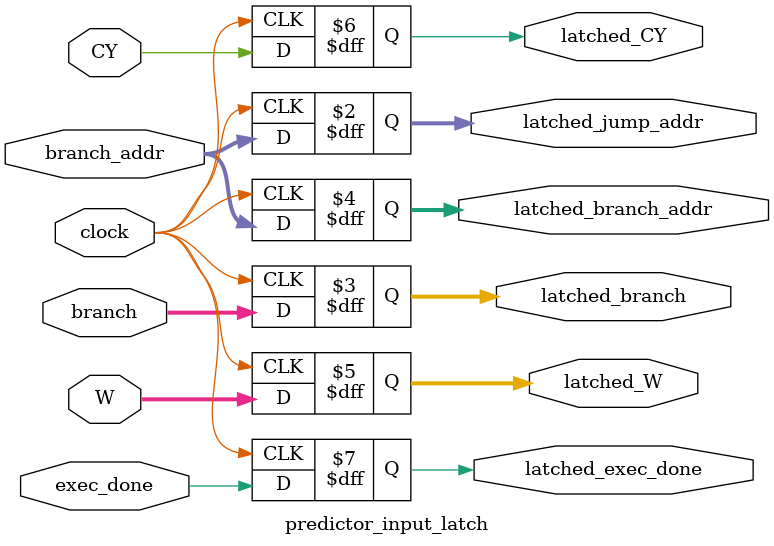
<source format=v>
module predictor_input_latch (	input [21:0]	branch,
											input [10:0]	branch_addr,
											input [15:0]	W,
											input				CY,
											input				exec_done,
											input				clock,
											output reg [10:0] latched_jump_addr,
											output reg [21:0]	latched_branch,
											output reg [10:0] latched_branch_addr,
											output reg [15:0]	latched_W,
											output reg			latched_CY,
											output reg 			latched_exec_done);
											
	always @ (posedge clock) begin
		latched_branch <= branch;
		latched_branch_addr <= branch_addr;
		latched_W <= W;
		latched_CY <= CY;
		latched_exec_done <= exec_done;
		latched_jump_addr <= branch_addr[10:0];
	end
	
endmodule
</source>
